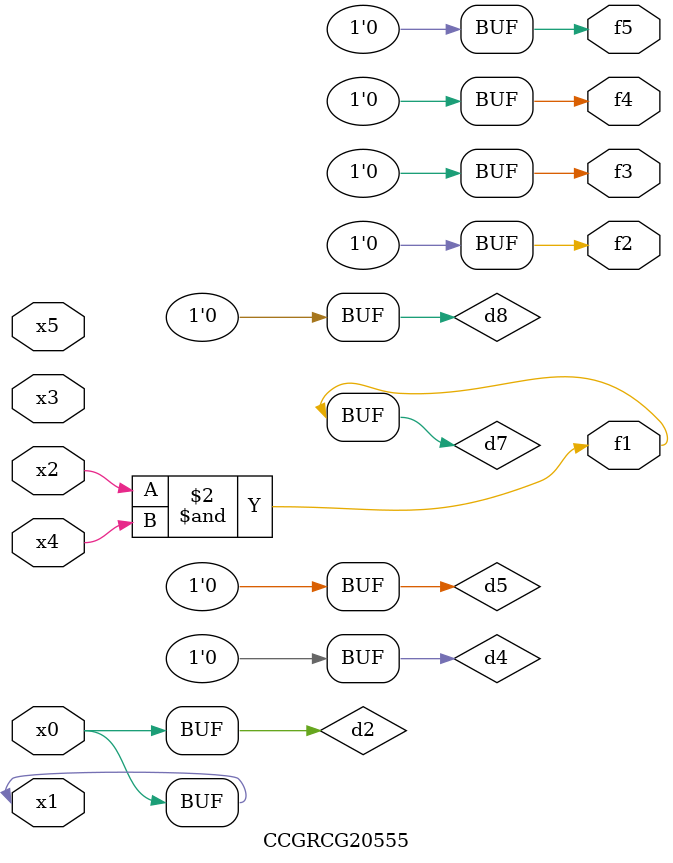
<source format=v>
module CCGRCG20555(
	input x0, x1, x2, x3, x4, x5,
	output f1, f2, f3, f4, f5
);

	wire d1, d2, d3, d4, d5, d6, d7, d8, d9;

	nand (d1, x1);
	buf (d2, x0, x1);
	nand (d3, x2, x4);
	and (d4, d1, d2);
	and (d5, d1, d2);
	nand (d6, d1, d3);
	not (d7, d3);
	xor (d8, d5);
	nor (d9, d5, d6);
	assign f1 = d7;
	assign f2 = d8;
	assign f3 = d8;
	assign f4 = d8;
	assign f5 = d8;
endmodule

</source>
